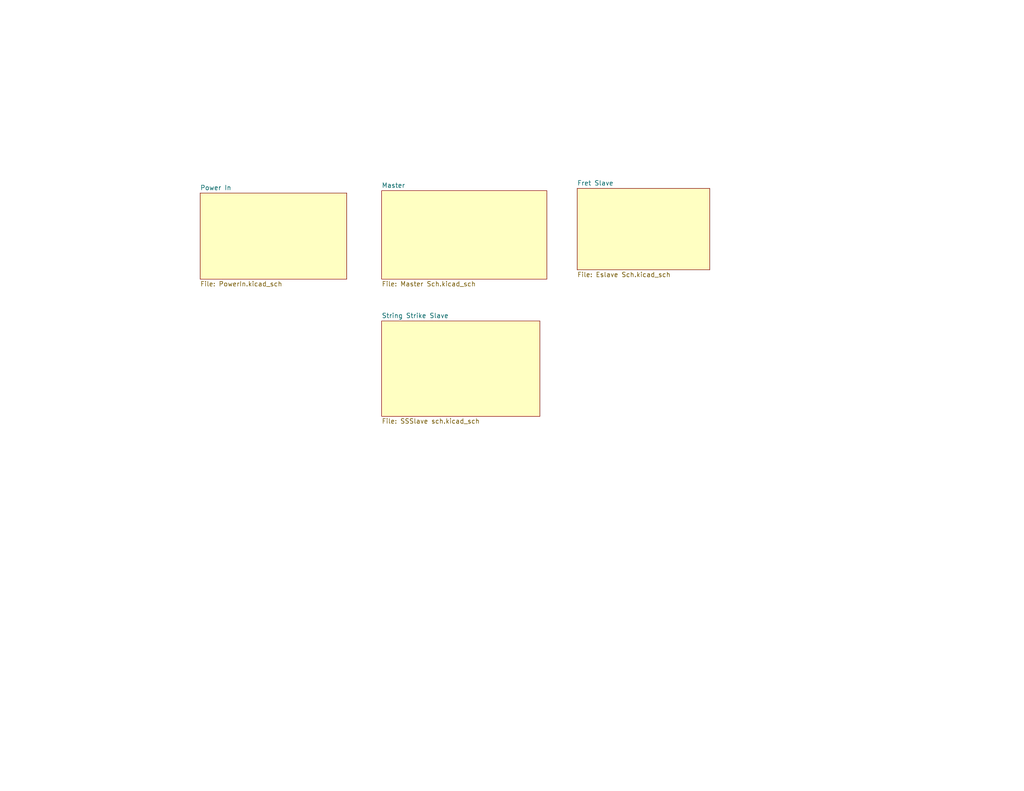
<source format=kicad_sch>
(kicad_sch
	(version 20250114)
	(generator "eeschema")
	(generator_version "9.0")
	(uuid "06818073-fb22-48ee-acc5-6dedd827034e")
	(paper "A")
	(title_block
		(title "Bass Guitar Motherboard Sch")
		(date "2024-12-10")
		(rev "B")
	)
	(lib_symbols)
	(sheet
		(at 104.14 52.07)
		(size 45.085 24.13)
		(exclude_from_sim no)
		(in_bom yes)
		(on_board yes)
		(dnp no)
		(fields_autoplaced yes)
		(stroke
			(width 0.1524)
			(type solid)
		)
		(fill
			(color 255 255 194 1.0000)
		)
		(uuid "0dc3b915-e001-48bd-b9bb-7010249087fd")
		(property "Sheetname" "Master"
			(at 104.14 51.3584 0)
			(effects
				(font
					(size 1.27 1.27)
				)
				(justify left bottom)
			)
		)
		(property "Sheetfile" "Master Sch.kicad_sch"
			(at 104.14 76.7846 0)
			(effects
				(font
					(size 1.27 1.27)
				)
				(justify left top)
			)
		)
		(instances
			(project "Motherboard Sch"
				(path "/06818073-fb22-48ee-acc5-6dedd827034e"
					(page "2")
				)
			)
		)
	)
	(sheet
		(at 157.48 51.435)
		(size 36.195 22.225)
		(exclude_from_sim no)
		(in_bom yes)
		(on_board yes)
		(dnp no)
		(fields_autoplaced yes)
		(stroke
			(width 0.1524)
			(type solid)
		)
		(fill
			(color 255 255 194 1.0000)
		)
		(uuid "55f5fc9c-362b-429f-ad6f-f98ffe4c4860")
		(property "Sheetname" "Fret Slave"
			(at 157.48 50.7234 0)
			(effects
				(font
					(size 1.27 1.27)
				)
				(justify left bottom)
			)
		)
		(property "Sheetfile" "Eslave Sch.kicad_sch"
			(at 157.48 74.2446 0)
			(effects
				(font
					(size 1.27 1.27)
				)
				(justify left top)
			)
		)
		(instances
			(project "Motherboard Sch"
				(path "/06818073-fb22-48ee-acc5-6dedd827034e"
					(page "3")
				)
			)
		)
	)
	(sheet
		(at 104.14 87.63)
		(size 43.18 26.035)
		(exclude_from_sim no)
		(in_bom yes)
		(on_board yes)
		(dnp no)
		(fields_autoplaced yes)
		(stroke
			(width 0.1524)
			(type solid)
		)
		(fill
			(color 255 255 194 1.0000)
		)
		(uuid "673444b1-2638-4f61-b545-e7cdf999c0e0")
		(property "Sheetname" "String Strike Slave"
			(at 104.14 86.9184 0)
			(effects
				(font
					(size 1.27 1.27)
				)
				(justify left bottom)
			)
		)
		(property "Sheetfile" "SSSlave sch.kicad_sch"
			(at 104.14 114.2496 0)
			(effects
				(font
					(size 1.27 1.27)
				)
				(justify left top)
			)
		)
		(instances
			(project "Motherboard Sch"
				(path "/06818073-fb22-48ee-acc5-6dedd827034e"
					(page "4")
				)
			)
		)
	)
	(sheet
		(at 54.61 52.705)
		(size 40.005 23.495)
		(exclude_from_sim no)
		(in_bom yes)
		(on_board yes)
		(dnp no)
		(fields_autoplaced yes)
		(stroke
			(width 0.1524)
			(type solid)
		)
		(fill
			(color 255 255 194 1.0000)
		)
		(uuid "b03edaf9-bff0-4d7c-9ae3-3086f8e495f2")
		(property "Sheetname" "Power In"
			(at 54.61 51.9934 0)
			(effects
				(font
					(size 1.27 1.27)
				)
				(justify left bottom)
			)
		)
		(property "Sheetfile" "PowerIn.kicad_sch"
			(at 54.61 76.7846 0)
			(effects
				(font
					(size 1.27 1.27)
				)
				(justify left top)
			)
		)
		(instances
			(project "Motherboard Sch"
				(path "/06818073-fb22-48ee-acc5-6dedd827034e"
					(page "13")
				)
			)
		)
	)
	(sheet_instances
		(path "/"
			(page "1")
		)
	)
	(embedded_fonts no)
)

</source>
